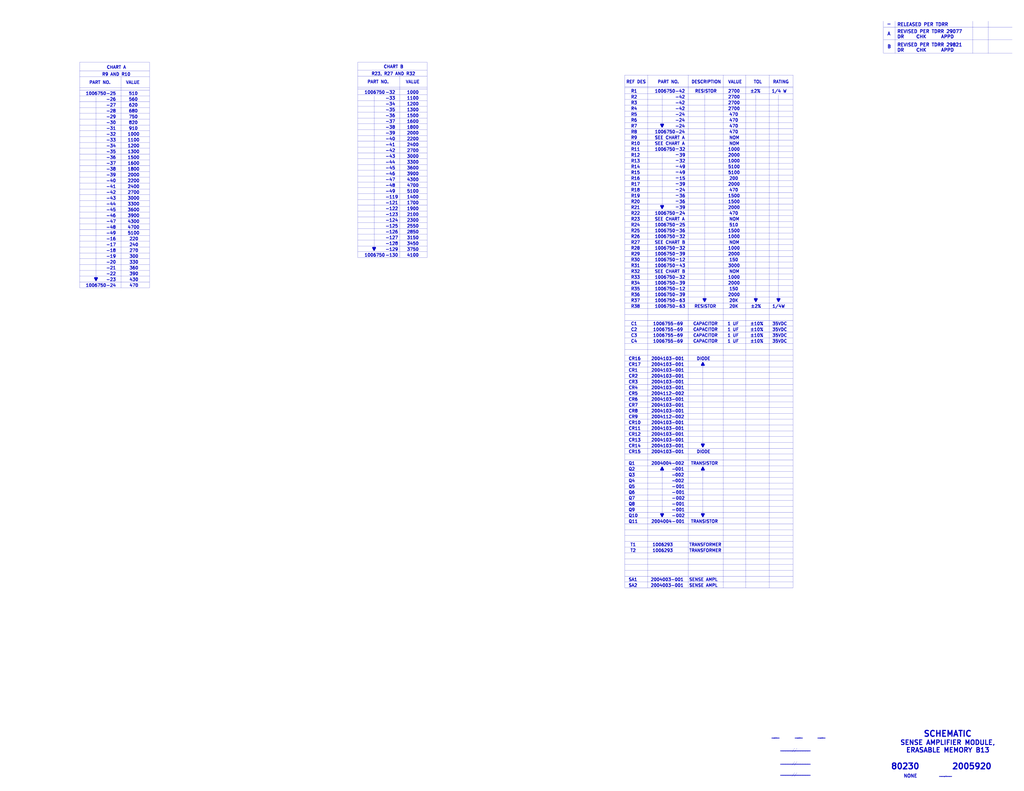
<source format=kicad_sch>
(kicad_sch (version 20211123) (generator eeschema)
  (paper "E")
  (polyline (pts (xy 681.99 254.635) (xy 865.505 254.635)) (stroke (width 0) (type solid)))
  (polyline (pts (xy 86.995 225.425) (xy 163.195 225.425)) (stroke (width 0) (type solid)))
  (polyline (pts (xy 823.595 326.39) (xy 826.135 326.39)) (stroke (width 1.524) (type solid)))
  (polyline (pts (xy 390.525 147.955) (xy 466.09 147.955)) (stroke (width 0) (type solid)))
  (polyline (pts (xy 86.995 161.925) (xy 163.195 161.925)) (stroke (width 0) (type solid)))
  (polyline (pts (xy 722.63 510.54) (xy 722.63 564.515)) (stroke (width 0) (type solid)))
  (polyline (pts (xy 765.81 398.78) (xy 768.35 398.78)) (stroke (width 1.524) (type solid)))
  (polyline (pts (xy 767.08 396.24) (xy 765.81 398.78)) (stroke (width 1.524) (type solid)))
  (polyline (pts (xy 681.99 407.035) (xy 865.505 407.035)) (stroke (width 0) (type solid)))
  (polyline (pts (xy 86.995 269.875) (xy 163.195 269.875)) (stroke (width 0) (type solid)))
  (polyline (pts (xy 86.995 200.025) (xy 163.195 200.025)) (stroke (width 0) (type solid)))
  (polyline (pts (xy 681.99 133.985) (xy 865.505 133.985)) (stroke (width 0) (type solid)))
  (polyline (pts (xy 163.195 67.945) (xy 163.195 314.325)) (stroke (width 0) (type solid)))
  (polyline (pts (xy 839.47 81.915) (xy 839.47 641.985)) (stroke (width 0) (type solid)))
  (polyline (pts (xy 390.525 83.185) (xy 466.09 83.185)) (stroke (width 0) (type solid)))
  (polyline (pts (xy 390.525 76.835) (xy 466.09 76.835)) (stroke (width 0) (type solid)))
  (polyline (pts (xy 681.99 241.935) (xy 865.505 241.935)) (stroke (width 0) (type solid)))
  (polyline (pts (xy 390.525 160.655) (xy 466.09 160.655)) (stroke (width 0) (type solid)))
  (polyline (pts (xy 681.99 451.485) (xy 865.505 451.485)) (stroke (width 0) (type solid)))
  (polyline (pts (xy 86.995 307.975) (xy 163.195 307.975)) (stroke (width 0) (type solid)))
  (polyline (pts (xy 86.995 149.225) (xy 163.195 149.225)) (stroke (width 0) (type solid)))
  (polyline (pts (xy 681.99 349.885) (xy 865.505 349.885)) (stroke (width 0) (type solid)))
  (polyline (pts (xy 722.63 103.505) (xy 722.63 138.43)) (stroke (width 0) (type solid)))
  (polyline (pts (xy 681.99 318.135) (xy 865.505 318.135)) (stroke (width 0) (type solid)))
  (polyline (pts (xy 681.99 127.635) (xy 865.505 127.635)) (stroke (width 0) (type solid)))
  (polyline (pts (xy 768.985 103.505) (xy 768.985 329.565)) (stroke (width 0) (type solid)))
  (polyline (pts (xy 86.995 206.375) (xy 163.195 206.375)) (stroke (width 0) (type solid)))
  (polyline (pts (xy 681.99 330.835) (xy 865.505 330.835)) (stroke (width 0) (type solid)))
  (polyline (pts (xy 964.3872 58.166) (xy 1104.7222 58.166)) (stroke (width 0) (type solid)))
  (polyline (pts (xy 681.99 81.915) (xy 865.505 81.915)) (stroke (width 0) (type solid)))
  (polyline (pts (xy 681.99 260.985) (xy 865.505 260.985)) (stroke (width 0) (type solid)))
  (polyline (pts (xy 466.09 281.305) (xy 466.09 67.945)) (stroke (width 0) (type solid)))
  (polyline (pts (xy 86.995 231.775) (xy 163.195 231.775)) (stroke (width 0) (type solid)))
  (polyline (pts (xy 964.3872 43.561) (xy 1104.7222 43.561)) (stroke (width 0) (type solid)))
  (polyline (pts (xy 681.99 591.185) (xy 865.505 591.185)) (stroke (width 0) (type solid)))
  (polyline (pts (xy 86.995 301.625) (xy 163.195 301.625)) (stroke (width 0) (type solid)))
  (polyline (pts (xy 768.985 328.93) (xy 767.715 326.39)) (stroke (width 1.524) (type solid)))
  (polyline (pts (xy 409.575 270.51) (xy 408.305 273.05)) (stroke (width 1.524) (type solid)))
  (polyline (pts (xy 681.99 540.385) (xy 865.505 540.385)) (stroke (width 0) (type solid)))
  (polyline (pts (xy 866.6226 821.6646) (xy 869.7976 817.2196)) (stroke (width 0) (type solid)))
  (polyline (pts (xy 681.99 197.485) (xy 865.505 197.485)) (stroke (width 0) (type solid)))
  (polyline (pts (xy 681.99 286.385) (xy 865.505 286.385)) (stroke (width 0) (type solid)))
  (polyline (pts (xy 681.99 432.435) (xy 865.505 432.435)) (stroke (width 0) (type solid)))
  (polyline (pts (xy 86.995 95.885) (xy 163.195 95.885)) (stroke (width 0) (type solid)))
  (polyline (pts (xy 681.99 216.535) (xy 865.505 216.535)) (stroke (width 0) (type solid)))
  (polyline (pts (xy 814.07 641.985) (xy 814.07 81.915)) (stroke (width 0) (type solid)))
  (polyline (pts (xy 390.525 67.945) (xy 390.525 281.305)) (stroke (width 0) (type solid)))
  (polyline (pts (xy 681.99 470.535) (xy 865.505 470.535)) (stroke (width 0) (type solid)))
  (polyline (pts (xy 390.525 255.905) (xy 466.09 255.905)) (stroke (width 0) (type solid)))
  (polyline (pts (xy 408.305 273.685) (xy 408.305 104.775)) (stroke (width 0) (type solid)))
  (polyline (pts (xy 86.995 83.82) (xy 163.195 83.82)) (stroke (width 0) (type solid)))
  (polyline (pts (xy 86.995 67.945) (xy 86.995 314.325)) (stroke (width 0) (type solid)))
  (polyline (pts (xy 681.99 153.035) (xy 865.505 153.035)) (stroke (width 0) (type solid)))
  (polyline (pts (xy 681.99 311.785) (xy 865.505 311.785)) (stroke (width 0) (type solid)))
  (polyline (pts (xy 681.99 629.285) (xy 865.505 629.285)) (stroke (width 0) (type solid)))
  (polyline (pts (xy 723.9 561.34) (xy 722.63 563.88)) (stroke (width 1.524) (type solid)))
  (polyline (pts (xy 681.99 184.785) (xy 865.505 184.785)) (stroke (width 0) (type solid)))
  (polyline (pts (xy 767.715 326.39) (xy 770.255 326.39)) (stroke (width 1.524) (type solid)))
  (polyline (pts (xy 390.525 268.605) (xy 466.09 268.605)) (stroke (width 0) (type solid)))
  (polyline (pts (xy 86.995 193.675) (xy 163.195 193.675)) (stroke (width 0) (type solid)))
  (polyline (pts (xy 824.865 329.565) (xy 824.865 103.505)) (stroke (width 0) (type solid)))
  (polyline (pts (xy 390.525 135.255) (xy 466.09 135.255)) (stroke (width 0) (type solid)))
  (polyline (pts (xy 86.995 180.975) (xy 163.195 180.975)) (stroke (width 0) (type solid)))
  (polyline (pts (xy 681.99 235.585) (xy 865.505 235.585)) (stroke (width 0) (type solid)))
  (polyline (pts (xy 86.995 111.125) (xy 163.195 111.125)) (stroke (width 0) (type solid)))
  (polyline (pts (xy 681.99 553.085) (xy 865.505 553.085)) (stroke (width 0) (type solid)))
  (polyline (pts (xy 681.99 305.435) (xy 865.505 305.435)) (stroke (width 0) (type solid)))
  (polyline (pts (xy 86.995 174.625) (xy 163.195 174.625)) (stroke (width 0) (type solid)))
  (polyline (pts (xy 964.1332 23.114) (xy 964.1332 58.166)) (stroke (width 0) (type solid)))
  (polyline (pts (xy 681.99 426.085) (xy 865.505 426.085)) (stroke (width 0) (type solid)))
  (polyline (pts (xy 681.99 641.985) (xy 865.505 641.985)) (stroke (width 0) (type solid)))
  (polyline (pts (xy 844.3976 807.0596) (xy 846.3026 804.5196)) (stroke (width 0) (type solid)))
  (polyline (pts (xy 681.99 210.185) (xy 865.505 210.185)) (stroke (width 0) (type solid)))
  (polyline (pts (xy 390.525 128.905) (xy 466.09 128.905)) (stroke (width 0) (type solid)))
  (polyline (pts (xy 86.995 219.075) (xy 163.195 219.075)) (stroke (width 0) (type solid)))
  (polyline (pts (xy 390.525 205.105) (xy 466.09 205.105)) (stroke (width 0) (type solid)))
  (polyline (pts (xy 390.525 179.705) (xy 466.09 179.705)) (stroke (width 0) (type solid)))
  (polyline (pts (xy 86.995 238.125) (xy 163.195 238.125)) (stroke (width 0) (type solid)))
  (polyline (pts (xy 681.99 280.035) (xy 865.505 280.035)) (stroke (width 0) (type solid)))
  (polyline (pts (xy 681.99 464.185) (xy 865.505 464.185)) (stroke (width 0) (type solid)))
  (polyline (pts (xy 681.99 419.735) (xy 865.505 419.735)) (stroke (width 0) (type solid)))
  (polyline (pts (xy 866.6226 836.2696) (xy 869.7976 831.8246)) (stroke (width 0) (type solid)))
  (polyline (pts (xy 721.36 561.34) (xy 723.9 561.34)) (stroke (width 1.524) (type solid)))
  (polyline (pts (xy 751.205 641.985) (xy 751.205 81.915)) (stroke (width 0) (type solid)))
  (polyline (pts (xy 86.995 212.725) (xy 163.195 212.725)) (stroke (width 0) (type solid)))
  (polyline (pts (xy 681.99 368.935) (xy 865.505 368.935)) (stroke (width 0) (type solid)))
  (polyline (pts (xy 681.99 610.235) (xy 865.505 610.235)) (stroke (width 0) (type solid)))
  (polyline (pts (xy 681.99 483.235) (xy 865.505 483.235)) (stroke (width 0) (type solid)))
  (polyline (pts (xy 681.99 222.885) (xy 865.505 222.885)) (stroke (width 0) (type solid)))
  (polyline (pts (xy 390.525 281.305) (xy 466.09 281.305)) (stroke (width 0) (type solid)))
  (polyline (pts (xy 390.525 97.155) (xy 466.09 97.155)) (stroke (width 0) (type solid)))
  (polyline (pts (xy 86.995 187.325) (xy 163.195 187.325)) (stroke (width 0) (type solid)))
  (polyline (pts (xy 850.9 326.39) (xy 849.63 328.93)) (stroke (width 1.524) (type solid)))
  (polyline (pts (xy 681.99 273.685) (xy 865.505 273.685)) (stroke (width 0) (type solid)))
  (polyline (pts (xy 104.775 306.07) (xy 103.505 303.53)) (stroke (width 1.524) (type solid)))
  (polyline (pts (xy 681.99 572.135) (xy 865.505 572.135)) (stroke (width 0) (type solid)))
  (polyline (pts (xy 681.99 172.085) (xy 865.505 172.085)) (stroke (width 0) (type solid)))
  (polyline (pts (xy 408.305 273.05) (xy 407.035 270.51)) (stroke (width 1.524) (type solid)))
  (polyline (pts (xy 768.35 561.34) (xy 767.08 563.88)) (stroke (width 1.524) (type solid)))
  (polyline (pts (xy 681.99 146.685) (xy 865.505 146.685)) (stroke (width 0) (type solid)))
  (polyline (pts (xy 681.99 546.735) (xy 865.505 546.735)) (stroke (width 0) (type solid)))
  (polyline (pts (xy 681.99 108.585) (xy 865.505 108.585)) (stroke (width 0) (type solid)))
  (polyline (pts (xy 681.99 95.885) (xy 865.505 95.885)) (stroke (width 0) (type solid)))
  (polyline (pts (xy 390.525 236.855) (xy 466.09 236.855)) (stroke (width 0) (type solid)))
  (polyline (pts (xy 681.99 635.635) (xy 865.505 635.635)) (stroke (width 0) (type solid)))
  (polyline (pts (xy 864.0826 836.2696) (xy 867.2576 831.8246)) (stroke (width 0) (type solid)))
  (polyline (pts (xy 721.36 135.89) (xy 723.9 135.89)) (stroke (width 1.524) (type solid)))
  (polyline (pts (xy 849.63 103.505) (xy 849.63 329.565)) (stroke (width 0) (type solid)))
  (polyline (pts (xy 132.08 314.325) (xy 132.08 83.82)) (stroke (width 0) (type solid)))
  (polyline (pts (xy 390.525 173.355) (xy 466.09 173.355)) (stroke (width 0) (type solid)))
  (polyline (pts (xy 1061.5422 23.114) (xy 1061.5422 58.166)) (stroke (width 0) (type solid)))
  (polyline (pts (xy 436.245 83.185) (xy 436.245 281.305)) (stroke (width 0) (type solid)))
  (polyline (pts (xy 86.995 130.175) (xy 163.195 130.175)) (stroke (width 0) (type solid)))
  (polyline (pts (xy 390.525 116.205) (xy 466.09 116.205)) (stroke (width 0) (type solid)))
  (polyline (pts (xy 681.99 387.985) (xy 865.505 387.985)) (stroke (width 0) (type solid)))
  (polyline (pts (xy 681.99 457.835) (xy 865.505 457.835)) (stroke (width 0) (type solid)))
  (polyline (pts (xy 721.36 224.79) (xy 723.9 224.79)) (stroke (width 1.524) (type solid)))
  (polyline (pts (xy 390.525 141.605) (xy 466.09 141.605)) (stroke (width 0) (type solid)))
  (polyline (pts (xy 722.63 510.54) (xy 721.36 513.08)) (stroke (width 1.524) (type solid)))
  (polyline (pts (xy 826.135 326.39) (xy 824.865 328.93)) (stroke (width 1.524) (type solid)))
  (polyline (pts (xy 86.995 168.275) (xy 163.195 168.275)) (stroke (width 0) (type solid)))
  (polyline (pts (xy 86.995 257.175) (xy 163.195 257.175)) (stroke (width 0) (type solid)))
  (polyline (pts (xy 845.6676 807.0596) (xy 847.5726 804.5196)) (stroke (width 0) (type solid)))
  (polyline (pts (xy 976.8332 23.114) (xy 976.8332 58.166)) (stroke (width 0) (type solid)))
  (polyline (pts (xy 681.99 413.385) (xy 865.505 413.385)) (stroke (width 0) (type solid)))
  (polyline (pts (xy 765.81 485.14) (xy 768.35 485.14)) (stroke (width 1.524) (type solid)))
  (polyline (pts (xy 681.99 445.135) (xy 865.505 445.135)) (stroke (width 0) (type solid)))
  (polyline (pts (xy 681.99 140.335) (xy 865.505 140.335)) (stroke (width 0) (type solid)))
  (polyline (pts (xy 895.1976 807.0596) (xy 897.1026 804.5196)) (stroke (width 0) (type solid)))
  (polyline (pts (xy 681.99 362.585) (xy 865.505 362.585)) (stroke (width 0) (type solid)))
  (polyline (pts (xy 723.9 135.89) (xy 722.63 138.43)) (stroke (width 1.524) (type solid)))
  (polyline (pts (xy 390.525 103.505) (xy 466.09 103.505)) (stroke (width 0) (type solid)))
  (polyline (pts (xy 681.99 324.485) (xy 865.505 324.485)) (stroke (width 0) (type solid)))
  (polyline (pts (xy 681.99 267.335) (xy 865.505 267.335)) (stroke (width 0) (type solid)))
  (polyline (pts (xy 390.525 217.805) (xy 466.09 217.805)) (stroke (width 0) (type solid)))
  (polyline (pts (xy 390.525 262.255) (xy 466.09 262.255)) (stroke (width 0) (type solid)))
  (polyline (pts (xy 681.99 81.915) (xy 681.99 641.985)) (stroke (width 0) (type solid)))
  (polyline (pts (xy 1104.7222 29.591) (xy 964.3872 29.591)) (stroke (width 0) (type solid)))
  (polyline (pts (xy 768.35 398.78) (xy 767.08 396.24)) (stroke (width 1.524) (type solid)))
  (polyline (pts (xy 681.99 375.285) (xy 865.505 375.285)) (stroke (width 0) (type solid)))
  (polyline (pts (xy 86.995 276.225) (xy 163.195 276.225)) (stroke (width 0) (type solid)))
  (polyline (pts (xy 681.99 584.835) (xy 865.505 584.835)) (stroke (width 0) (type solid)))
  (polyline (pts (xy 86.995 155.575) (xy 163.195 155.575)) (stroke (width 0) (type solid)))
  (polyline (pts (xy 864.0826 821.6646) (xy 867.2576 817.2196)) (stroke (width 0) (type solid)))
  (polyline (pts (xy 681.99 94.615) (xy 865.505 94.615)) (stroke (width 0) (type solid)))
  (polyline (pts (xy 681.99 292.735) (xy 865.505 292.735)) (stroke (width 0) (type solid)))
  (polyline (pts (xy 681.99 508.635) (xy 865.505 508.635)) (stroke (width 0) (type solid)))
  (polyline (pts (xy 390.525 67.945) (xy 466.09 67.945)) (stroke (width 0) (type solid)))
  (polyline (pts (xy 1030.4526 848.9696) (xy 1032.9926 846.4296)) (stroke (width 0) (type solid)))
  (polyline (pts (xy 681.99 578.485) (xy 865.505 578.485)) (stroke (width 0) (type solid)))
  (polyline (pts (xy 849.63 328.93) (xy 848.36 326.39)) (stroke (width 1.524) (type solid)))
  (polyline (pts (xy 722.63 227.33) (xy 721.36 224.79)) (stroke (width 1.524) (type solid)))
  (polyline (pts (xy 86.995 288.925) (xy 163.195 288.925)) (stroke (width 0) (type solid)))
  (polyline (pts (xy 407.035 270.51) (xy 409.575 270.51)) (stroke (width 1.524) (type solid)))
  (polyline (pts (xy 86.995 244.475) (xy 163.195 244.475)) (stroke (width 0) (type solid)))
  (polyline (pts (xy 681.99 248.285) (xy 865.505 248.285)) (stroke (width 0) (type solid)))
  (polyline (pts (xy 770.255 326.39) (xy 768.985 328.93)) (stroke (width 1.524) (type solid)))
  (polyline (pts (xy 86.995 67.945) (xy 163.195 67.945)) (stroke (width 0) (type solid)))
  (polyline (pts (xy 681.99 381.635) (xy 865.505 381.635)) (stroke (width 0) (type solid)))
  (polyline (pts (xy 767.08 510.54) (xy 767.08 564.515)) (stroke (width 0) (type solid)))
  (polyline (pts (xy 86.995 282.575) (xy 163.195 282.575)) (stroke (width 0) (type solid)))
  (polyline (pts (xy 824.865 328.93) (xy 823.595 326.39)) (stroke (width 1.524) (type solid)))
  (polyline (pts (xy 681.99 229.235) (xy 865.505 229.235)) (stroke (width 0) (type solid)))
  (polyline (pts (xy 86.995 104.775) (xy 163.195 104.775)) (stroke (width 0) (type solid)))
  (polyline (pts (xy 681.99 603.885) (xy 865.505 603.885)) (stroke (width 0) (type solid)))
  (polyline (pts (xy 681.99 400.685) (xy 865.505 400.685)) (stroke (width 0) (type solid)))
  (polyline (pts (xy 767.08 563.88) (xy 765.81 561.34)) (stroke (width 1.524) (type solid)))
  (polyline (pts (xy 681.99 534.035) (xy 865.505 534.035)) (stroke (width 0) (type solid)))
  (polyline (pts (xy 681.99 299.085) (xy 865.505 299.085)) (stroke (width 0) (type solid)))
  (polyline (pts (xy 390.525 167.005) (xy 466.09 167.005)) (stroke (width 0) (type solid)))
  (polyline (pts (xy 390.525 274.955) (xy 466.09 274.955)) (stroke (width 0) (type solid)))
  (polyline (pts (xy 390.525 122.555) (xy 466.09 122.555)) (stroke (width 0) (type solid)))
  (polyline (pts (xy 681.99 159.385) (xy 865.505 159.385)) (stroke (width 0) (type solid)))
  (polyline (pts (xy 1078.4332 23.114) (xy 1078.4332 58.166)) (stroke (width 0) (type solid)))
  (polyline (pts (xy 681.99 102.235) (xy 865.505 102.235)) (stroke (width 0) (type solid)))
  (polyline (pts (xy 86.995 117.475) (xy 163.195 117.475)) (stroke (width 0) (type solid)))
  (polyline (pts (xy 723.9 513.08) (xy 722.63 510.54)) (stroke (width 1.524) (type solid)))
  (polyline (pts (xy 864.0826 848.3346) (xy 867.2576 843.8896)) (stroke (width 0) (type solid)))
  (polyline (pts (xy 681.99 476.885) (xy 865.505 476.885)) (stroke (width 0) (type solid)))
  (polyline (pts (xy 767.08 510.54) (xy 765.81 513.08)) (stroke (width 1.524) (type solid)))
  (polyline (pts (xy 86.995 123.825) (xy 163.195 123.825)) (stroke (width 0) (type solid)))
  (polyline (pts (xy 870.4326 807.0596) (xy 872.3376 804.5196)) (stroke (width 0) (type solid)))
  (polyline (pts (xy 86.995 250.825) (xy 163.195 250.825)) (stroke (width 0) (type solid)))
  (polyline (pts (xy 871.7026 807.0596) (xy 873.6076 804.5196)) (stroke (width 0) (type solid)))
  (polyline (pts (xy 104.775 306.705) (xy 104.775 106.045)) (stroke (width 0) (type solid)))
  (polyline (pts (xy 681.99 337.185) (xy 865.505 337.185)) (stroke (width 0) (type solid)))
  (polyline (pts (xy 106.045 303.53) (xy 104.775 306.07)) (stroke (width 1.524) (type solid)))
  (polyline (pts (xy 681.99 495.935) (xy 865.505 495.935)) (stroke (width 0) (type solid)))
  (polyline (pts (xy 86.995 77.47) (xy 163.195 77.47)) (stroke (width 0) (type solid)))
  (polyline (pts (xy 681.99 191.135) (xy 865.505 191.135)) (stroke (width 0) (type solid)))
  (polyline (pts (xy 390.525 243.205) (xy 466.09 243.205)) (stroke (width 0) (type solid)))
  (polyline (pts (xy 768.35 485.14) (xy 767.08 487.68)) (stroke (width 1.524) (type solid)))
  (polyline (pts (xy 866.6226 848.3346) (xy 869.7976 843.8896)) (stroke (width 0) (type solid)))
  (polyline (pts (xy 681.99 121.285) (xy 865.505 121.285)) (stroke (width 0) (type solid)))
  (polyline (pts (xy 681.99 356.235) (xy 865.505 356.235)) (stroke (width 0) (type solid)))
  (polyline (pts (xy 86.995 136.525) (xy 163.195 136.525)) (stroke (width 0) (type solid)))
  (polyline (pts (xy 681.99 178.435) (xy 865.505 178.435)) (stroke (width 0) (type solid)))
  (polyline (pts (xy 681.99 521.335) (xy 865.505 521.335)) (stroke (width 0) (type solid)))
  (polyline (pts (xy 706.755 641.985) (xy 706.755 81.915)) (stroke (width 0) (type solid)))
  (polyline (pts (xy 681.99 622.935) (xy 865.505 622.935)) (stroke (width 0) (type solid)))
  (polyline (pts (xy 896.4676 807.0596) (xy 898.3726 804.5196)) (stroke (width 0) (type solid)))
  (polyline (pts (xy 86.995 142.875) (xy 163.195 142.875)) (stroke (width 0) (type solid)))
  (polyline (pts (xy 390.525 249.555) (xy 466.09 249.555)) (stroke (width 0) (type solid)))
  (polyline (pts (xy 681.99 597.535) (xy 865.505 597.535)) (stroke (width 0) (type solid)))
  (polyline (pts (xy 86.995 263.525) (xy 163.195 263.525)) (stroke (width 0) (type solid)))
  (polyline (pts (xy 681.99 565.785) (xy 865.505 565.785)) (stroke (width 0) (type solid)))
  (polyline (pts (xy 681.99 203.835) (xy 865.505 203.835)) (stroke (width 0) (type solid)))
  (polyline (pts (xy 681.99 394.335) (xy 865.505 394.335)) (stroke (width 0) (type solid)))
  (polyline (pts (xy 681.99 343.535) (xy 865.505 343.535)) (stroke (width 0) (type solid)))
  (polyline (pts (xy 681.99 165.735) (xy 865.505 165.735)) (stroke (width 0) (type solid)))
  (polyline (pts (xy 86.995 314.325) (xy 163.195 314.325)) (stroke (width 0) (type solid)))
  (polyline (pts (xy 86.995 295.275) (xy 163.195 295.275)) (stroke (width 0) (type solid)))
  (polyline (pts (xy 767.08 395.605) (xy 767.08 488.315)) (stroke (width 0) (type solid)))
  (polyline (pts (xy 390.525 230.505) (xy 466.09 230.505)) (stroke (width 0) (type solid)))
  (polyline (pts (xy 789.305 81.915) (xy 789.305 641.985)) (stroke (width 0) (type solid)))
  (polyline (pts (xy 390.525 95.25) (xy 466.09 95.25)) (stroke (width 0) (type solid)))
  (polyline (pts (xy 681.99 527.685) (xy 865.505 527.685)) (stroke (width 0) (type solid)))
  (polyline (pts (xy 681.99 502.285) (xy 865.505 502.285)) (stroke (width 0) (type solid)))
  (polyline (pts (xy 390.525 198.755) (xy 466.09 198.755)) (stroke (width 0) (type solid)))
  (polyline (pts (xy 721.36 513.08) (xy 723.9 513.08)) (stroke (width 1.524) (type solid)))
  (polyline (pts (xy 765.81 561.34) (xy 768.35 561.34)) (stroke (width 1.524) (type solid)))
  (polyline (pts (xy 390.525 186.055) (xy 466.09 186.055)) (stroke (width 0) (type solid)))
  (polyline (pts (xy 722.63 167.005) (xy 722.63 227.965)) (stroke (width 0) (type solid)))
  (polyline (pts (xy 86.995 98.425) (xy 163.195 98.425)) (stroke (width 0) (type solid)))
  (polyline (pts (xy 681.99 438.785) (xy 865.505 438.785)) (stroke (width 0) (type solid)))
  (polyline (pts (xy 681.99 559.435) (xy 865.505 559.435)) (stroke (width 0) (type solid)))
  (polyline (pts (xy 768.35 513.08) (xy 767.08 510.54)) (stroke (width 1.524) (type solid)))
  (polyline (pts (xy 765.81 513.08) (xy 768.35 513.08)) (stroke (width 1.524) (type solid)))
  (polyline (pts (xy 390.525 154.305) (xy 466.09 154.305)) (stroke (width 0) (type solid)))
  (polyline (pts (xy 390.525 192.405) (xy 466.09 192.405)) (stroke (width 0) (type solid)))
  (polyline (pts (xy 848.36 326.39) (xy 850.9 326.39)) (stroke (width 1.524) (type solid)))
  (polyline (pts (xy 390.525 109.855) (xy 466.09 109.855)) (stroke (width 0) (type solid)))
  (polyline (pts (xy 390.525 211.455) (xy 466.09 211.455)) (stroke (width 0) (type solid)))
  (polyline (pts (xy 103.505 303.53) (xy 106.045 303.53)) (stroke (width 1.524) (type solid)))
  (polyline (pts (xy 681.99 514.985) (xy 865.505 514.985)) (stroke (width 0) (type solid)))
  (polyline (pts (xy 390.525 224.155) (xy 466.09 224.155)) (stroke (width 0) (type solid)))
  (polyline (pts (xy 865.505 641.985) (xy 865.505 81.915)) (stroke (width 0) (type solid)))
  (polyline (pts (xy 722.63 138.43) (xy 721.36 135.89)) (stroke (width 1.524) (type solid)))
  (polyline (pts (xy 681.99 114.935) (xy 865.505 114.935)) (stroke (width 0) (type solid)))
  (polyline (pts (xy 723.9 224.79) (xy 722.63 227.33)) (stroke (width 1.524) (type solid)))
  (polyline (pts (xy 681.99 489.585) (xy 865.505 489.585)) (stroke (width 0) (type solid)))
  (polyline (pts (xy 722.63 563.88) (xy 721.36 561.34)) (stroke (width 1.524) (type solid)))
  (polyline (pts (xy 767.08 487.68) (xy 765.81 485.14)) (stroke (width 1.524) (type solid)))
  (polyline (pts (xy 681.99 616.585) (xy 865.505 616.585)) (stroke (width 0) (type solid)))
  (text "Q2" (at 685.8 514.35 0) (effects (font (size 3.302 3.302) (thickness 0.6604) bold) (justify left bottom)))
  (text "-" (at 736.6 215.265 0) (effects (font (size 3.302 3.302) (thickness 0.6604) bold) (justify left bottom)))
  (text "SEE CHART B" (at 714.375 266.7 0) (effects (font (size 3.302 3.302) (thickness 0.6604) bold) (justify left bottom)))
  (text "2004112-002" (at 710.565 457.2 0) (effects (font (size 3.302 3.302) (thickness 0.6604) bold) (justify left bottom)))
  (text "2004103-001" (at 710.565 438.15 0) (effects (font (size 3.302 3.302) (thickness 0.6604) bold) (justify left bottom)))
  (text "REVISED PER TDRR 29077\nDR     CHK      APPD" (at 978.9922 42.291 0) (effects (font (size 3.556 3.556) (thickness 0.7112) bold) (justify left bottom)))
  (text "2000" (at 139.065 193.04 0) (effects (font (size 3.302 3.302) (thickness 0.6604) bold) (justify left bottom)))
  (text "R12" (at 688.34 171.45 0) (effects (font (size 3.302 3.302) (thickness 0.6604) bold) (justify left bottom)))
  (text "2700" (at 443.865 166.37 0) (effects (font (size 3.302 3.302) (thickness 0.6604) bold) (justify left bottom)))
  (text "1006755-69" (at 712.47 374.65 0) (effects (font (size 3.302 3.302) (thickness 0.6604) bold) (justify left bottom)))
  (text "____________" (at 851.3826 834.9996 0) (effects (font (size 3.556 3.556) (thickness 0.7112) bold) (justify left bottom)))
  (text "R2" (at 688.34 107.95 0) (effects (font (size 3.302 3.302) (thickness 0.6604) bold) (justify left bottom)))
  (text "2000" (at 794.385 171.45 0) (effects (font (size 3.302 3.302) (thickness 0.6604) bold) (justify left bottom)))
  (text "-35" (at 420.37 121.92 0) (effects (font (size 3.302 3.302) (thickness 0.6604) bold) (justify left bottom)))
  (text "-129" (at 420.37 274.32 0) (effects (font (size 3.302 3.302) (thickness 0.6604) bold) (justify left bottom)))
  (text "-25" (at 115.57 104.14 0) (effects (font (size 3.302 3.302) (thickness 0.6604) bold) (justify left bottom)))
  (text "2000" (at 794.385 323.85 0) (effects (font (size 3.302 3.302) (thickness 0.6604) bold) (justify left bottom)))
  (text "-40" (at 115.57 199.39 0) (effects (font (size 3.302 3.302) (thickness 0.6604) bold) (justify left bottom)))
  (text "3000" (at 794.385 292.1 0) (effects (font (size 3.302 3.302) (thickness 0.6604) bold) (justify left bottom)))
  (text "-" (at 967.5622 28.321 0) (effects (font (size 3.556 3.556) (thickness 0.7112) bold) (justify left bottom)))
  (text "39" (at 741.045 203.2 0) (effects (font (size 3.302 3.302) (thickness 0.6604) bold) (justify left bottom)))
  (text "-38" (at 115.57 186.69 0) (effects (font (size 3.302 3.302) (thickness 0.6604) bold) (justify left bottom)))
  (text "2004103-001" (at 710.565 476.25 0) (effects (font (size 3.302 3.302) (thickness 0.6604) bold) (justify left bottom)))
  (text "-39" (at 420.37 147.32 0) (effects (font (size 3.302 3.302) (thickness 0.6604) bold) (justify left bottom)))
  (text "C3" (at 688.34 368.3 0) (effects (font (size 3.302 3.302) (thickness 0.6604) bold) (justify left bottom)))
  (text "1006750" (at 714.375 101.6 0) (effects (font (size 3.302 3.302) (thickness 0.6604) bold) (justify left bottom)))
  (text "2700" (at 794.385 120.65 0) (effects (font (size 3.302 3.302) (thickness 0.6604) bold) (justify left bottom)))
  (text "1006750-" (at 714.375 323.85 0) (effects (font (size 3.302 3.302) (thickness 0.6604) bold) (justify left bottom)))
  (text "±10%" (at 818.515 361.95 0) (effects (font (size 3.302 3.302) (thickness 0.6604) bold) (justify left bottom)))
  (text "SA1" (at 685.8 635 0) (effects (font (size 3.302 3.302) (thickness 0.6604) bold) (justify left bottom)))
  (text "1006750" (at 714.375 285.75 0) (effects (font (size 3.302 3.302) (thickness 0.6604) bold) (justify left bottom)))
  (text "-49" (at 115.57 256.54 0) (effects (font (size 3.302 3.302) (thickness 0.6604) bold) (justify left bottom)))
  (text "002" (at 736.6 520.7 0) (effects (font (size 3.302 3.302) (thickness 0.6604) bold) (justify left bottom)))
  (text "2100" (at 443.865 236.22 0) (effects (font (size 3.302 3.302) (thickness 0.6604) bold) (justify left bottom)))
  (text "1500" (at 443.865 128.27 0) (effects (font (size 3.302 3.302) (thickness 0.6604) bold) (justify left bottom)))
  (text "R23" (at 688.34 241.3 0) (effects (font (size 3.302 3.302) (thickness 0.6604) bold) (justify left bottom)))
  (text "36" (at 741.045 254 0) (effects (font (size 3.302 3.302) (thickness 0.6604) bold) (justify left bottom)))
  (text "-" (at 736.6 170.815 0) (effects (font (size 3.302 3.302) (thickness 0.6604) bold) (justify left bottom)))
  (text "TRANSFORMER" (at 751.84 596.9 0) (effects (font (size 3.302 3.302) (thickness 0.6604) bold) (justify left bottom)))
  (text "-" (at 736.6 208.915 0) (effects (font (size 3.302 3.302) (thickness 0.6604) bold) (justify left bottom)))
  (text "_____" (at 1024.7376 848.3346 0) (effects (font (size 3.556 3.556) (thickness 0.7112) bold) (justify left bottom)))
  (text "-43" (at 115.57 218.44 0) (effects (font (size 3.302 3.302) (thickness 0.6604) bold) (justify left bottom)))
  (text "49" (at 741.045 190.5 0) (effects (font (size 3.302 3.302) (thickness 0.6604) bold) (justify left bottom)))
  (text "3000" (at 443.865 172.72 0) (effects (font (size 3.302 3.302) (thickness 0.6604) bold) (justify left bottom)))
  (text "-45" (at 115.57 231.14 0) (effects (font (size 3.302 3.302) (thickness 0.6604) bold) (justify left bottom)))
  (text "RATING" (at 843.28 91.44 0) (effects (font (size 3.302 3.302) (thickness 0.6604) bold) (justify left bottom)))
  (text "35VDC" (at 842.645 355.6 0) (effects (font (size 3.302 3.302) (thickness 0.6604) bold) (justify left bottom)))
  (text "1006750-" (at 714.375 304.8 0) (effects (font (size 3.302 3.302) (thickness 0.6604) bold) (justify left bottom)))
  (text "-26" (at 115.57 110.49 0) (effects (font (size 3.302 3.302) (thickness 0.6604) bold) (justify left bottom)))
  (text "-30" (at 115.57 135.89 0) (effects (font (size 3.302 3.302) (thickness 0.6604) bold) (justify left bottom)))
  (text "-36" (at 420.37 128.27 0) (effects (font (size 3.302 3.302) (thickness 0.6604) bold) (justify left bottom)))
  (text "1006750" (at 714.375 279.4 0) (effects (font (size 3.302 3.302) (thickness 0.6604) bold) (justify left bottom)))
  (text "-46" (at 115.57 237.49 0) (effects (font (size 3.302 3.302) (thickness 0.6604) bold) (justify left bottom)))
  (text "REF DES" (at 683.26 91.44 0) (effects (font (size 3.302 3.302) (thickness 0.6604) bold) (justify left bottom)))
  (text "R31" (at 688.34 292.1 0) (effects (font (size 3.302 3.302) (thickness 0.6604) bold) (justify left bottom)))
  (text "-48" (at 420.37 204.47 0) (effects (font (size 3.302 3.302) (thickness 0.6604) bold) (justify left bottom)))
  (text "CAPACITOR" (at 756.285 374.65 0) (effects (font (size 3.302 3.302) (thickness 0.6604) bold) (justify left bottom)))
  (text "002" (at 736.6 527.05 0) (effects (font (size 3.302 3.302) (thickness 0.6604) bold) (justify left bottom)))
  (text "DESCRIPTION" (at 754.38 91.44 0) (effects (font (size 3.302 3.302) (thickness 0.6604) bold) (justify left bottom)))
  (text "1006750" (at 714.375 260.35 0) (effects (font (size 3.302 3.302) (thickness 0.6604) bold) (justify left bottom)))
  (text "-37" (at 420.37 134.62 0) (effects (font (size 3.302 3.302) (thickness 0.6604) bold) (justify left bottom)))
  (text "TRANSISTOR" (at 753.745 571.5 0) (effects (font (size 3.302 3.302) (thickness 0.6604) bold) (justify left bottom)))
  (text "R35" (at 688.34 317.5 0) (effects (font (size 3.302 3.302) (thickness 0.6604) bold) (justify left bottom)))
  (text "C2" (at 688.34 361.95 0) (effects (font (size 3.302 3.302) (thickness 0.6604) bold) (justify left bottom)))
  (text "-31" (at 115.57 142.24 0) (effects (font (size 3.302 3.302) (thickness 0.6604) bold) (justify left bottom)))
  (text "470" (at 795.655 209.55 0) (effects (font (size 3.302 3.302) (thickness 0.6604) bold) (justify left bottom)))
  (text "R36" (at 688.34 323.85 0) (effects (font (size 3.302 3.302) (thickness 0.6604) bold) (justify left bottom)))
  (text "R4" (at 688.34 120.65 0) (effects (font (size 3.302 3.302) (thickness 0.6604) bold) (justify left bottom)))
  (text "5100" (at 794.385 190.5 0) (effects (font (size 3.302 3.302) (thickness 0.6604) bold) (justify left bottom)))
  (text "270" (at 140.97 275.59 0) (effects (font (size 3.302 3.302) (thickness 0.6604) bold) (justify left bottom)))
  (text "2004103-001" (at 710.565 406.4 0) (effects (font (size 3.302 3.302) (thickness 0.6604) bold) (justify left bottom)))
  (text "2700" (at 794.385 114.3 0) (effects (font (size 3.302 3.302) (thickness 0.6604) bold) (justify left bottom)))
  (text "1000" (at 139.065 148.59 0) (effects (font (size 3.302 3.302) (thickness 0.6604) bold) (justify left bottom)))
  (text "1000" (at 794.385 304.8 0) (effects (font (size 3.302 3.302) (thickness 0.6604) bold) (justify left bottom)))
  (text "SEE CHART B" (at 714.375 298.45 0) (effects (font (size 3.302 3.302) (thickness 0.6604) bold) (justify left bottom)))
  (text "430" (at 140.97 307.34 0) (effects (font (size 3.302 3.302) (thickness 0.6604) bold) (justify left bottom)))
  (text "TRANSFORMER" (at 751.84 603.25 0) (effects (font (size 3.302 3.302) (thickness 0.6604) bold) (justify left bottom)))
  (text "-35" (at 115.57 167.64 0) (effects (font (size 3.302 3.302) (thickness 0.6604) bold) (justify left bottom)))
  (text "2004004-002" (at 710.565 508 0) (effects (font (size 3.302 3.302) (thickness 0.6604) bold) (justify left bottom)))
  (text "390" (at 140.97 300.99 0) (effects (font (size 3.302 3.302) (thickness 0.6604) bold) (justify left bottom)))
  (text "Q11" (at 685.8 571.5 0) (effects (font (size 3.302 3.302) (thickness 0.6604) bold) (justify left bottom)))
  (text "CR16" (at 685.8 393.7 0) (effects (font (size 3.302 3.302) (thickness 0.6604) bold) (justify left bottom)))
  (text "R38" (at 688.34 336.55 0) (effects (font (size 3.302 3.302) (thickness 0.6604) bold) (justify left bottom)))
  (text "39" (at 741.045 171.45 0) (effects (font (size 3.302 3.302) (thickness 0.6604) bold) (justify left bottom)))
  (text "-" (at 736.6 202.565 0) (effects (font (size 3.302 3.302) (thickness 0.6604) bold) (justify left bottom)))
  (text "1006750" (at 714.375 254 0) (effects (font (size 3.302 3.302) (thickness 0.6604) bold) (justify left bottom)))
  (text "CR3" (at 685.8 419.1 0) (effects (font (size 3.302 3.302) (thickness 0.6604) bold) (justify left bottom)))
  (text "470" (at 795.655 133.35 0) (effects (font (size 3.302 3.302) (thickness 0.6604) bold) (justify left bottom)))
  (text "001" (at 737.235 552.45 0) (effects (font (size 3.302 3.302) (thickness 0.6604) bold) (justify left bottom)))
  (text "5100" (at 139.065 256.54 0) (effects (font (size 3.302 3.302) (thickness 0.6604) bold) (justify left bottom)))
  (text "-44" (at 420.37 179.07 0) (effects (font (size 3.302 3.302) (thickness 0.6604) bold) (justify left bottom)))
  (text "SENSE AMPLIFIER MODULE," (at 982.1926 814.0446 0) (effects (font (size 5.08 5.08) (thickness 1.016) bold) (justify left bottom)))
  (text "R27" (at 688.34 266.7 0) (effects (font (size 3.302 3.302) (thickness 0.6604) bold) (justify left bottom)))
  (text "2700" (at 794.385 107.95 0) (effects (font (size 3.302 3.302) (thickness 0.6604) bold) (justify left bottom)))
  (text "-37" (at 115.57 180.34 0) (effects (font (size 3.302 3.302) (thickness 0.6604) bold) (justify left bottom)))
  (text "1100" (at 443.865 109.22 0) (effects (font (size 3.302 3.302) (thickness 0.6604) bold) (justify left bottom)))
  (text "510" (at 140.335 104.14 0) (effects (font (size 3.302 3.302) (thickness 0.6604) bold) (justify left bottom)))
  (text "-42" (at 736.6 107.95 0) (effects (font (size 3.302 3.302) (thickness 0.6604) bold) (justify left bottom)))
  (text "1000" (at 443.865 102.87 0) (effects (font (size 3.302 3.302) (thickness 0.6604) bold) (justify left bottom)))
  (text "R24" (at 688.34 247.65 0) (effects (font (size 3.302 3.302) (thickness 0.6604) bold) (justify left bottom)))
  (text "-" (at 736.6 177.165 0) (effects (font (size 3.302 3.302) (thickness 0.6604) bold) (justify left bottom)))
  (text "R28" (at 688.34 273.05 0) (effects (font (size 3.302 3.302) (thickness 0.6604) bold) (justify left bottom)))
  (text "2004112-002" (at 710.565 431.8 0) (effects (font (size 3.302 3.302) (thickness 0.6604) bold) (justify left bottom)))
  (text "-22" (at 115.57 300.99 0) (effects (font (size 3.302 3.302) (thickness 0.6604) bold) (justify left bottom)))
  (text "-" (at 736.6 247.015 0) (effects (font (size 3.302 3.302) (thickness 0.6604) bold) (justify left bottom)))
  (text "C4" (at 688.34 374.65 0) (effects (font (size 3.302 3.302) (thickness 0.6604) bold) (justify left bottom)))
  (text "CR13" (at 685.8 482.6 0) (effects (font (size 3.302 3.302) (thickness 0.6604) bold) (justify left bottom)))
  (text "CAPACITOR" (at 756.285 355.6 0) (effects (font (size 3.302 3.302) (thickness 0.6604) bold) (justify left bottom)))
  (text "R1" (at 688.34 101.6 0) (effects (font (size 3.302 3.302) (thickness 0.6604) bold) (justify left bottom)))
  (text "80230" (at 972.0326 840.7146 0) (effects (font (size 6.35 6.35) (thickness 1.27) bold) (justify left bottom)))
  (text "1006755-69" (at 712.47 368.3 0) (effects (font (size 3.302 3.302) (thickness 0.6604) bold) (justify left bottom)))
  (text "R13" (at 688.34 177.8 0) (effects (font (size 3.302 3.302) (thickness 0.6604) bold) (justify left bottom)))
  (text "2004003-001" (at 709.93 641.35 0) (effects (font (size 3.302 3.302) (thickness 0.6604) bold) (justify left bottom)))
  (text "470" (at 795.655 139.7 0) (effects (font (size 3.302 3.302) (thickness 0.6604) bold) (justify left bottom)))
  (text "-130" (at 420.37 280.67 0) (effects (font (size 3.302 3.302) (thickness 0.6604) bold) (justify left bottom)))
  (text "R18" (at 688.34 209.55 0) (effects (font (size 3.302 3.302) (thickness 0.6604) bold) (justify left bottom)))
  (text "NOM" (at 795.655 298.45 0) (effects (font (size 3.302 3.302) (thickness 0.6604) bold) (justify left bottom)))
  (text "-24" (at 736.6 127 0) (effects (font (size 3.302 3.302) (thickness 0.6604) bold) (justify left bottom)))
  (text "2000" (at 794.385 228.6 0) (effects (font (size 3.302 3.302) (thickness 0.6604) bold) (justify left bottom)))
  (text "63" (at 741.045 336.55 0) (effects (font (size 3.302 3.302) (thickness 0.6604) bold) (justify left bottom)))
  (text "R37" (at 688.34 330.2 0) (effects (font (size 3.302 3.302) (thickness 0.6604) bold) (justify left bottom)))
  (text "2004103-001" (at 710.565 412.75 0) (effects (font (size 3.302 3.302) (thickness 0.6604) bold) (justify left bottom)))
  (text "1500" (at 794.385 254 0) (effects (font (size 3.302 3.302) (thickness 0.6604) bold) (justify left bottom)))
  (text "CAPACITOR" (at 756.285 361.95 0) (effects (font (size 3.302 3.302) (thickness 0.6604) bold) (justify left bottom)))
  (text "32" (at 741.045 273.05 0) (effects (font (size 3.302 3.302) (thickness 0.6604) bold) (justify left bottom)))
  (text "VALUE" (at 794.385 91.44 0) (effects (font (size 3.302 3.302) (thickness 0.6604) bold) (justify left bottom)))
  (text "-24" (at 115.57 313.69 0) (effects (font (size 3.302 3.302) (thickness 0.6604) bold) (justify left bottom)))
  (text "470" (at 795.655 146.05 0) (effects (font (size 3.302 3.302) (thickness 0.6604) bold) (justify left bottom)))
  (text "R14" (at 688.34 184.15 0) (effects (font (size 3.302 3.302) (thickness 0.6604) bold) (justify left bottom)))
  (text "___" (at 892.0226 806.4246 0) (effects (font (size 3.556 3.556) (thickness 0.7112) bold) (justify left bottom)))
  (text "Q1" (at 685.8 508 0) (effects (font (size 3.302 3.302) (thickness 0.6604) bold) (justify left bottom)))
  (text "Q5" (at 685.8 533.4 0) (effects (font (size 3.302 3.302) (thickness 0.6604) bold) (justify left bottom)))
  (text "360" (at 140.97 294.64 0) (effects (font (size 3.302 3.302) (thickness 0.6604) bold) (justify left bottom)))
  (text "001" (at 737.235 533.4 0) (effects (font (size 3.302 3.302) (thickness 0.6604) bold) (justify left bottom)))
  (text "300" (at 140.97 281.94 0) (effects (font (size 3.302 3.302) (thickness 0.6604) bold) (justify left bottom)))
  (text "1300" (at 139.065 167.64 0) (effects (font (size 3.302 3.302) (thickness 0.6604) bold) (justify left bottom)))
  (text "-" (at 732.79 571.5 0) (effects (font (size 3.302 3.302) (thickness 0.6604) bold) (justify left bottom)))
  (text "39" (at 741.045 279.4 0) (effects (font (size 3.302 3.302) (thickness 0.6604) bold) (justify left bottom)))
  (text "-34" (at 115.57 161.29 0) (effects (font (size 3.302 3.302) (thickness 0.6604) bold) (justify left bottom)))
  (text "3300" (at 139.065 224.79 0) (effects (font (size 3.302 3.302) (thickness 0.6604) bold) (justify left bottom)))
  (text "-28" (at 115.57 123.19 0) (effects (font (size 3.302 3.302) (thickness 0.6604) bold) (justify left bottom)))
  (text "CR8" (at 685.8 450.85 0) (effects (font (size 3.302 3.302) (thickness 0.6604) bold) (justify left bottom)))
  (text "VALUE" (at 442.595 91.44 0) (effects (font (size 3.302 3.302) (thickness 0.6604) bold) (justify left bottom)))
  (text "-41" (at 115.57 205.74 0) (effects (font (size 3.302 3.302) (thickness 0.6604) bold) (justify left bottom)))
  (text "RESISTOR" (at 758.19 101.6 0) (effects (font (size 3.302 3.302) (thickness 0.6604) bold) (justify left bottom)))
  (text "20K" (at 795.655 336.55 0) (effects (font (size 3.302 3.302) (thickness 0.6604) bold) (justify left bottom)))
  (text "1000" (at 794.385 165.1 0) (effects (font (size 3.302 3.302) (thickness 0.6604) bold) (justify left bottom)))
  (text "3900" (at 139.065 237.49 0) (effects (font (size 3.302 3.302) (thickness 0.6604) bold) (justify left bottom)))
  (text "32" (at 741.045 304.8 0) (effects (font (size 3.302 3.302) (thickness 0.6604) bold) (justify left bottom)))
  (text "R34" (at 688.34 311.15 0) (effects (font (size 3.302 3.302) (thickness 0.6604) bold) (justify left bottom)))
  (text "1600" (at 443.865 134.62 0) (effects (font (size 3.302 3.302) (thickness 0.6604) bold) (justify left bottom)))
  (text "470" (at 795.655 234.95 0) (effects (font (size 3.302 3.302) (thickness 0.6604) bold) (justify left bottom)))
  (text "R5" (at 688.34 127 0) (effects (font (size 3.302 3.302) (thickness 0.6604) bold) (justify left bottom)))
  (text "-42" (at 420.37 166.37 0) (effects (font (size 3.302 3.302) (thickness 0.6604) bold) (justify left bottom)))
  (text "910" (at 140.335 142.24 0) (effects (font (size 3.302 3.302) (thickness 0.6604) bold) (justify left bottom)))
  (text "20K" (at 795.655 330.2 0) (effects (font (size 3.302 3.302) (thickness 0.6604) bold) (justify left bottom)))
  (text "CAPACITOR" (at 756.285 368.3 0) (effects (font (size 3.302 3.302) (thickness 0.6604) bold) (justify left bottom)))
  (text "ERASABLE MEMORY B13" (at 988.5426 822.2996 0) (effects (font (size 5.08 5.08) (thickness 1.016) bold) (justify left bottom)))
  (text "2000" (at 794.385 311.15 0) (effects (font (size 3.302 3.302) (thickness 0.6604) bold) (justify left bottom)))
  (text "750" (at 140.335 129.54 0) (effects (font (size 3.302 3.302) (thickness 0.6604) bold) (justify left bottom)))
  (text "-" (at 736.6 278.765 0) (effects (font (size 3.302 3.302) (thickness 0.6604) bold) (justify left bottom)))
  (text "R10" (at 688.34 158.75 0) (effects (font (size 3.302 3.302) (thickness 0.6604) bold) (justify left bottom)))
  (text "35VDC" (at 842.645 368.3 0) (effects (font (size 3.302 3.302) (thickness 0.6604) bold) (justify left bottom)))
  (text "3450" (at 443.865 267.97 0) (effects (font (size 3.302 3.302) (thickness 0.6604) bold) (justify left bottom)))
  (text "-123" (at 420.37 236.22 0) (effects (font (size 3.302 3.302) (thickness 0.6604) bold) (justify left bottom)))
  (text "1200" (at 139.065 161.29 0) (effects (font (size 3.302 3.302) (thickness 0.6604) bold) (justify left bottom)))
  (text "-" (at 732.79 552.45 0) (effects (font (size 3.302 3.302) (thickness 0.6604) bold) (justify left bottom)))
  (text "±2%" (at 819.15 336.55 0) (effects (font (size 3.302 3.302) (thickness 0.6604) bold) (justify left bottom)))
  (text "R25" (at 688.34 254 0) (effects (font (size 3.302 3.302) (thickness 0.6604) bold) (justify left bottom)))
  (text "1500" (at 794.385 215.9 0) (effects (font (size 3.302 3.302) (thickness 0.6604) bold) (justify left bottom)))
  (text "1800" (at 139.065 186.69 0) (effects (font (size 3.302 3.302) (thickness 0.6604) bold) (justify left bottom)))
  (text "4700" (at 139.065 250.19 0) (effects (font (size 3.302 3.302) (thickness 0.6604) bold) (justify left bottom)))
  (text "2400" (at 139.065 205.74 0) (effects (font (size 3.302 3.302) (thickness 0.6604) bold) (justify left bottom)))
  (text "2004103-001" (at 710.565 393.7 0) (effects (font (size 3.302 3.302) (thickness 0.6604) bold) (justify left bottom)))
  (text "Q6" (at 685.8 539.75 0) (effects (font (size 3.302 3.302) (thickness 0.6604) bold) (justify left bottom)))
  (text "-41" (at 420.37 160.02 0) (effects (font (size 3.302 3.302) (thickness 0.6604) bold) (justify left bottom)))
  (text "-42" (at 736.6 120.65 0) (effects (font (size 3.302 3.302) (thickness 0.6604) bold) (justify left bottom)))
  (text "-" (at 736.6 227.965 0) (effects (font (size 3.302 3.302) (thickness 0.6604) bold) (justify left bottom)))
  (text "4700" (at 443.865 204.47 0) (effects (font (size 3.302 3.302) (thickness 0.6604) bold) (justify left bottom)))
  (text "CR2" (at 685.8 412.75 0) (effects (font (size 3.302 3.302) (thickness 0.6604) bold) (justify left bottom)))
  (text "3750" (at 443.865 274.32 0) (effects (font (size 3.302 3.302) (thickness 0.6604) bold) (justify left bottom)))
  (text "T2" (at 687.705 603.25 0) (effects (font (size 3.302 3.302) (thickness 0.6604) bold) (justify left bottom)))
  (text "1006293" (at 711.835 596.9 0) (effects (font (size 3.302 3.302) (thickness 0.6604) bold) (justify left bottom)))
  (text "-" (at 736.6 285.115 0) (effects (font (size 3.302 3.302) (thickness 0.6604) bold) (justify left bottom)))
  (text "1900" (at 443.865 229.87 0) (effects (font (size 3.302 3.302) (thickness 0.6604) bold) (justify left bottom)))
  (text "1 UF" (at 793.75 368.3 0) (effects (font (size 3.302 3.302) (thickness 0.6604) bold) (justify left bottom)))
  (text "2200" (at 139.065 199.39 0) (effects (font (size 3.302 3.302) (thickness 0.6604) bold) (justify left bottom)))
  (text "R7" (at 688.34 139.7 0) (effects (font (size 3.302 3.302) (thickness 0.6604) bold) (justify left bottom)))
  (text "CHART A" (at 116.205 75.565 0) (effects (font (size 3.302 3.302) (thickness 0.6604) bold) (justify left bottom)))
  (text "-" (at 732.79 527.05 0) (effects (font (size 3.302 3.302) (thickness 0.6604) bold) (justify left bottom)))
  (text "36" (at 741.045 215.9 0) (effects (font (size 3.302 3.302) (thickness 0.6604) bold) (justify left bottom)))
  (text "R17" (at 688.34 203.2 0) (effects (font (size 3.302 3.302) (thickness 0.6604) bold) (justify left bottom)))
  (text "12" (at 741.045 285.75 0) (effects (font (size 3.302 3.302) (thickness 0.6604) bold) (justify left bottom)))
  (text "-128" (at 420.37 267.97 0) (effects (font (size 3.302 3.302) (thickness 0.6604) bold) (justify left bottom)))
  (text "-47" (at 115.57 243.84 0) (effects (font (size 3.302 3.302) (thickness 0.6604) bold) (justify left bottom)))
  (text "____________" (at 851.3826 847.0646 0) (effects (font (size 3.556 3.556) (thickness 0.7112) bold) (justify left bottom)))
  (text "-36" (at 115.57 173.99 0) (effects (font (size 3.302 3.302) (thickness 0.6604) bold) (justify left bottom)))
  (text "2004004" (at 710.565 571.5 0) (effects (font (size 3.302 3.302) (thickness 0.6604) bold) (justify left bottom)))
  (text "330" (at 140.97 288.29 0) (effects (font (size 3.302 3.302) (thickness 0.6604) bold) (justify left bottom)))
  (text "R6" (at 688.34 133.35 0) (effects (font (size 3.302 3.302) (thickness 0.6604) bold) (justify left bottom)))
  (text "R3" (at 688.34 114.3 0) (effects (font (size 3.302 3.302) (thickness 0.6604) bold) (justify left bottom)))
  (text "2004103-001" (at 710.565 444.5 0) (effects (font (size 3.302 3.302) (thickness 0.6604) bold) (justify left bottom)))
  (text "39" (at 741.045 311.15 0) (effects (font (size 3.302 3.302) (thickness 0.6604) bold) (justify left bottom)))
  (text "-" (at 736.6 164.465 0) (effects (font (size 3.302 3.302) (thickness 0.6604) bold) (justify left bottom)))
  (text "-" (at 736.6 196.215 0) (effects (font (size 3.302 3.302) (thickness 0.6604) bold) (justify left bottom)))
  (text "-127" (at 420.37 261.62 0) (effects (font (size 3.302 3.302) (thickness 0.6604) bold) (justify left bottom)))
  (text "1006750-" (at 714.375 336.55 0) (effects (font (size 3.302 3.302) (thickness 0.6604) bold) (justify left bottom)))
  (text "-19" (at 115.57 281.94 0) (effects (font (size 3.302 3.302) (thickness 0.6604) bold) (justify left bottom)))
  (text "-" (at 736.6 189.865 0) (effects (font (size 3.302 3.302) (thickness 0.6604) bold) (justify left bottom)))
  (text "-119" (at 420.37 217.17 0) (effects (font (size 3.302 3.302) (thickness 0.6604) bold) (justify left bottom)))
  (text "24" (at 741.045 234.95 0) (effects (font (size 3.302 3.302) (thickness 0.6604) bold) (justify left bottom)))
  (text "2005920" (at 1038.7076 840.7146 0) (effects (font (size 6.35 6.35) (thickness 1.27) bold) (justify left bottom)))
  (text "1000" (at 794.385 177.8 0) (effects (font (size 3.302 3.302) (thickness 0.6604) bold) (justify left bottom)))
  (text "-42" (at 736.6 114.3 0) (effects (font (size 3.302 3.302) (thickness 0.6604) bold) (justify left bottom)))
  (text "1006750-" (at 714.375 317.5 0) (effects (font (size 3.302 3.302) (thickness 0.6604) bold) (justify left bottom)))
  (text "-43" (at 420.37 172.72 0) (effects (font (size 3.302 3.302) (thickness 0.6604) bold) (justify left bottom)))
  (text "CR17" (at 685.8 400.05 0) (effects (font (size 3.302 3.302) (thickness 0.6604) bold) (justify left bottom)))
  (text "-" (at 732.79 546.1 0) (effects (font (size 3.302 3.302) (thickness 0.6604) bold) (justify left bottom)))
  (text "15" (at 741.045 196.85 0) (effects (font (size 3.302 3.302) (thickness 0.6604) bold) (justify left bottom)))
  (text "39" (at 741.045 228.6 0) (effects (font (size 3.302 3.302) (thickness 0.6604) bold) (justify left bottom)))
  (text "-" (at 736.6 253.365 0) (effects (font (size 3.302 3.302) (thickness 0.6604) bold) (justify left bottom)))
  (text "Q4" (at 685.8 527.05 0) (effects (font (size 3.302 3.302) (thickness 0.6604) bold) (justify left bottom)))
  (text "-27" (at 115.57 116.84 0) (effects (font (size 3.302 3.302) (thickness 0.6604) bold) (justify left bottom)))
  (text "CR10" (at 685.8 463.55 0) (effects (font (size 3.302 3.302) (thickness 0.6604) bold) (justify left bottom)))
  (text "SEE CHART A" (at 714.375 152.4 0) (effects (font (size 3.302 3.302) (thickness 0.6604) bold) (justify left bottom)))
  (text "5100" (at 794.385 184.15 0) (effects (font (size 3.302 3.302) (thickness 0.6604) bold) (justify left bottom)))
  (text "___" (at 841.8576 806.4246 0) (effects (font (size 3.556 3.556) (thickness 0.7112) bold) (justify left bottom)))
  (text "R26" (at 688.34 260.35 0) (effects (font (size 3.302 3.302) (thickness 0.6604) bold) (justify left bottom)))
  (text "1500" (at 139.065 173.99 0) (effects (font (size 3.302 3.302) (thickness 0.6604) bold) (justify left bottom)))
  (text "Q8" (at 685.8 552.45 0) (effects (font (size 3.302 3.302) (thickness 0.6604) bold) (justify left bottom)))
  (text "CR7" (at 685.8 444.5 0) (effects (font (size 3.302 3.302) (thickness 0.6604) bold) (justify left bottom)))
  (text "R30" (at 688.34 285.75 0) (effects (font (size 3.302 3.302) (thickness 0.6604) bold) (justify left bottom)))
  (text "1800" (at 443.865 140.97 0) (effects (font (size 3.302 3.302) (thickness 0.6604) bold) (justify left bottom)))
  (text "-34" (at 420.37 115.57 0) (effects (font (size 3.302 3.302) (thickness 0.6604) bold) (justify left bottom)))
  (text "-47" (at 420.37 198.12 0) (effects (font (size 3.302 3.302) (thickness 0.6604) bold) (justify left bottom)))
  (text "R8" (at 688.34 146.05 0) (effects (font (size 3.302 3.302) (thickness 0.6604) bold) (justify left bottom)))
  (text "R16" (at 688.34 196.85 0) (effects (font (size 3.302 3.302) (thickness 0.6604) bold) (justify left bottom)))
  (text "1006750" (at 397.51 280.67 0) (effects (font (size 3.302 3.302) (thickness 0.6604) bold) (justify left bottom)))
  (text "CR15" (at 685.8 495.3 0) (effects (font (size 3.302 3.302) (thickness 0.6604) bold) (justify left bottom)))
  (text "-33" (at 115.57 154.94 0) (effects (font (size 3.302 3.302) (thickness 0.6604) bold) (justify left bottom)))
  (text "2550" (at 443.865 248.92 0) (effects (font (size 3.302 3.302) (thickness 0.6604) bold) (justify left bottom)))
  (text "-" (at 732.79 520.7 0) (effects (font (size 3.302 3.302) (thickness 0.6604) bold) (justify left bottom)))
  (text "001" (at 737.235 539.75 0) (effects (font (size 3.302 3.302) (thickness 0.6604) bold) (justify left bottom)))
  (text "3600" (at 443.865 185.42 0) (effects (font (size 3.302 3.302) (thickness 0.6604) bold) (justify left bottom)))
  (text "-121" (at 420.37 223.52 0) (effects (font (size 3.302 3.302) (thickness 0.6604) bold) (justify left bottom)))
  (text "RELEASED PER TDRR" (at 978.9922 28.956 0) (effects (font (size 3.556 3.556) (thickness 0.7112) bold) (justify left bottom)))
  (text "-23" (at 115.57 307.34 0) (effects (font (size 3.302 3.302) (thickness 0.6604) bold) (justify left bottom)))
  (text "Q10" (at 685.8 565.15 0) (effects (font (size 3.302 3.302) (thickness 0.6604) bold) (justify left bottom)))
  (text "001" (at 736.6 514.35 0) (effects (font (size 3.302 3.302) (thickness 0.6604) bold) (justify left bottom)))
  (text "2004103-001" (at 710.565 495.3 0) (effects (font (size 3.302 3.302) (thickness 0.6604) bold) (justify left bottom)))
  (text "REVISED PER TDRR 29821\nDR     CHK      APPD" (at 978.9922 56.896 0) (effects (font (size 3.556 3.556) (thickness 0.7112) bold) (justify left bottom)))
  (text "-" (at 736.6 183.515 0) (effects (font (size 3.302 3.302) (thickness 0.6604) bold) (justify left bottom)))
  (text "-" (at 736.6 272.415 0) (effects (font (size 3.302 3.302) (thickness 0.6604) bold) (justify left bottom)))
  (text "820" (at 140.335 135.89 0) (effects (font (size 3.302 3.302) (thickness 0.6604) bold) (justify left bottom)))
  (text "2000" (at 443.865 147.32 0) (effects (font (size 3.302 3.302) (thickness 0.6604) bold) (justify left bottom)))
  (text "CR6" (at 685.8 438.15 0) (effects (font (size 3.302 3.302) (thickness 0.6604) bold) (justify left bottom)))
  (text "2300" (at 443.865 242.57 0) (effects (font (size 3.302 3.302) (thickness 0.6604) bold) (justify left bottom)))
  (text "3900" (at 443.865 191.77 0) (effects (font (size 3.302 3.302) (thickness 0.6604) bold) (justify left bottom)))
  (text "1 UF" (at 793.75 355.6 0) (effects (font (size 3.302 3.302) (thickness 0.6604) bold) (justify left bottom)))
  (text "2004103-001" (at 710.565 482.6 0) (effects (font (size 3.302 3.302) (thickness 0.6604) bold) (justify left bottom)))
  (text "R29" (at 688.34 279.4 0) (effects (font (size 3.302 3.302) (thickness 0.6604) bold) (justify left bottom)))
  (text "CR5" (at 685.8 431.8 0) (effects (font (size 3.302 3.302) (thickness 0.6604) bold) (justify left bottom)))
  (text "12" (at 741.045 317.5 0) (effects (font (size 3.302 3.302) (thickness 0.6604) bold) (justify left bottom)))
  (text "-" (at 736.6 221.615 0) (effects (font (size 3.302 3.302) (thickness 0.6604) bold) (justify left bottom)))
  (text "560" (at 140.335 110.49 0) (effects (font (size 3.302 3.302) (thickness 0.6604) bold) (justify left bottom)))
  (text "43" (at 741.045 292.1 0) (effects (font (size 3.302 3.302) (thickness 0.6604) bold) (justify left bottom)))
  (text "49" (at 741.045 184.15 0) (effects (font (size 3.302 3.302) (thickness 0.6604) bold) (justify left bottom)))
  (text "NOM" (at 795.655 158.75 0) (effects (font (size 3.302 3.302) (thickness 0.6604) bold) (justify left bottom)))
  (text "CR4" (at 685.8 425.45 0) (effects (font (size 3.302 3.302) (thickness 0.6604) bold) (justify left bottom)))
  (text "1006750" (at 714.375 234.95 0) (effects (font (size 3.302 3.302) (thickness 0.6604) bold) (justify left bottom)))
  (text "470" (at 795.655 127 0) (effects (font (size 3.302 3.302) (thickness 0.6604) bold) (justify left bottom)))
  (text "R33" (at 688.34 304.8 0) (effects (font (size 3.302 3.302) (thickness 0.6604) bold) (justify left bottom)))
  (text "-42" (at 115.57 212.09 0) (effects (font (size 3.302 3.302) (thickness 0.6604) bold) (justify left bottom)))
  (text "63" (at 741.045 330.2 0) (effects (font (size 3.302 3.302) (thickness 0.6604) bold) (justify left bottom)))
  (text "____________" (at 851.3826 820.3946 0) (effects (font (size 3.556 3.556) (thickness 0.7112) bold) (justify left bottom)))
  (text "1000" (at 794.385 260.35 0) (effects (font (size 3.302 3.302) (thickness 0.6604) bold) (justify left bottom)))
  (text "-45" (at 420.37 185.42 0) (effects (font (size 3.302 3.302) (thickness 0.6604) bold) (justify left bottom)))
  (text "Q7" (at 685.8 546.1 0) (effects (font (size 3.302 3.302) (thickness 0.6604) bold) (justify left bottom)))
  (text "1006750-" (at 714.375 330.2 0) (effects (font (size 3.302 3.302) (thickness 0.6604) bold) (justify left bottom)))
  (text "3150" (at 443.865 261.62 0) (effects (font (size 3.302 3.302) (thickness 0.6604) bold) (justify left bottom)))
  (text "1006755-69" (at 712.47 355.6 0) (effects (font (size 3.302 3.302) (thickness 0.6604) bold) (justify left bottom)))
  (text "±10%" (at 818.515 355.6 0) (effects (font (size 3.302 3.302) (thickness 0.6604) bold) (justify left bottom)))
  (text "NOM" (at 795.655 241.3 0) (effects (font (size 3.302 3.302) (thickness 0.6604) bold) (justify left bottom)))
  (text "001" (at 737.235 558.8 0) (effects (font (size 3.302 3.302) (thickness 0.6604) bold) (justify left bottom)))
  (text "Q3" (at 685.8 520.7 0) (effects (font (size 3.302 3.302) (thickness 0.6604) bold) (justify left bottom)))
  (text "R9" (at 688.34 152.4 0) (effects (font (size 3.302 3.302) (thickness 0.6604) bold) (justify left bottom)))
  (text "35VDC" (at 842.645 361.95 0) (effects (font (size 3.302 3.302) (thickness 0.6604) bold) (justify left bottom)))
  (text "A" (at 968.1972 39.116 0) (effects (font (size 3.556 3.556) (thickness 0.7112) bold) (justify left bottom)))
  (text "2004103-001" (at 710.565 450.85 0) (effects (font (size 3.302 3.302) (thickness 0.6604) bold) (justify left bottom)))
  (text "-" (at 736.6 259.715 0) (effects (font (size 3.302 3.302) (thickness 0.6604) bold) (justify left bottom)))
  (text "DIODE" (at 760.095 495.3 0) (effects (font (size 3.302 3.302) (thickness 0.6604) bold) (justify left bottom)))
  (text "2004103-001" (at 710.565 425.45 0) (effects (font (size 3.302 3.302) (thickness 0.6604) bold) (justify left bottom)))
  (text "R19" (at 688.34 215.9 0) (effects (font (size 3.302 3.302) (thickness 0.6604) bold) (justify left bottom)))
  (text "24" (at 741.045 209.55 0) (effects (font (size 3.302 3.302) (thickness 0.6604) bold) (justify left bottom)))
  (text "1006750" (at 714.375 165.1 0) (effects (font (size 3.302 3.302) (thickness 0.6604) bold) (justify left bottom)))
  (text "1300" (at 443.865 121.92 0) (effects (font (size 3.302 3.302) (thickness 0.6604) bold) (justify left bottom)))
  (text "-33" (at 420.37 109.22 0) (effects (font (size 3.302 3.302) (thickness 0.6604) bold) (justify left bottom)))
  (text "-21" (at 115.57 294.64 0) (effects (font (size 3.302 3.302) (thickness 0.6604) bold) (justify left bottom)))
  (text "-126" (at 420.37 255.27 0) (effects (font (size 3.302 3.302) (thickness 0.6604) bold) (justify left bottom)))
  (text "CR11" (at 685.8 469.9 0) (effects (font (size 3.302 3.302) (thickness 0.6604) bold) (justify left bottom)))
  (text "-20" (at 115.57 288.29 0) (effects (font (size 3.302 3.302) (thickness 0.6604) bold) (justify left bottom)))
  (text "1006750" (at 93.345 313.69 0) (effects (font (size 3.302 3.302) (thickness 0.6604) bold) (justify left bottom)))
  (text "32" (at 741.045 177.8 0) (effects (font (size 3.302 3.302) (thickness 0.6604) bold) (justify left bottom)))
  (text "3000" (at 139.065 218.44 0) (effects (font (size 3.302 3.302) (thickness 0.6604) bold) (justify left bottom)))
  (text "T1" (at 687.705 596.9 0) (effects (font (size 3.302 3.302) (thickness 0.6604) bold) (justify left bottom)))
  (text "35VDC" (at 842.645 374.65 0) (effects (font (size 3.302 3.302) (thickness 0.6604) bold) (justify left bottom)))
  (text "2004103-001" (at 710.565 400.05 0) (effects (font (size 3.302 3.302) (thickness 0.6604) bold) (justify left bottom)))
  (text "-24" (at 736.6 139.7 0) (effects (font (size 3.302 3.302) (thickness 0.6604) bold) (justify left bottom)))
  (text "2200" (at 443.865 153.67 0) (effects (font (size 3.302 3.302) (thickness 0.6604) bold) (justify left bottom)))
  (text "1100" (at 139.065 154.94 0) (effects (font (size 3.302 3.302) (thickness 0.6604) bold) (justify left bottom)))
  (text "510" (at 795.655 247.65 0) (effects (font (size 3.302 3.302) (thickness 0.6604) bold) (justify left bottom)))
  (text "1/4W" (at 842.645 336.55 0) (effects (font (size 3.302 3.302) (thickness 0.6604) bold) (justify left bottom)))
  (text "R9 AND R10" (at 111.125 83.185 0) (effects (font (size 3.302 3.302) (thickness 0.6604) bold) (justify left bottom)))
  (text "680" (at 140.335 123.19 0) (effects (font (size 3.302 3.302) (thickness 0.6604) bold) (justify left bottom)))
  (text "PART NO." (at 97.155 92.075 0) (effects (font (size 3.302 3.302) (thickness 0.6604) bold) (justify left bottom)))
  (text "2700" (at 139.065 212.09 0) (effects (font (size 3.302 3.302) (thickness 0.6604) bold) (justify left bottom)))
  (text "-48" (at 115.57 250.19 0) (effects (font (size 3.302 3.302) (thickness 0.6604) bold) (justify left bottom)))
  (text "±2%" (at 818.515 101.6 0) (effects (font (size 3.302 3.302) (thickness 0.6604) bold) (justify left bottom)))
  (text "-" (at 732.79 558.8 0) (effects (font (size 3.302 3.302) (thickness 0.6604) bold) (justify left bottom)))
  (text "-122" (at 420.37 229.87 0) (effects (font (size 3.302 3.302) (thickness 0.6604) bold) (justify left bottom)))
  (text "1006750" (at 397.51 102.87 0) (effects (font (size 3.302 3.302) (thickness 0.6604) bold) (justify left bottom)))
  (text "2004103-001" (at 710.565 463.55 0) (effects (font (size 3.302 3.302) (thickness 0.6604) bold) (justify left bottom)))
  (text "TOL" (at 822.325 91.44 0) (effects (font (size 3.302 3.302) (thickness 0.6604) bold) (justify left bottom)))
  (text "-29" (at 115.57 129.54 0) (effects (font (size 3.302 3.302) (thickness 0.6604) bold) (justify left bottom)))
  (text "2004103-001" (at 710.565 488.95 0) (effects (font (size 3.302 3.302) (thickness 0.6604) bold) (justify left bottom)))
  (text "R11" (at 688.34 165.1 0) (effects (font (size 3.302 3.302) (thickness 0.6604) bold) (justify left bottom)))
  (text "R21" (at 688.34 228.6 0) (effects (font (size 3.302 3.302) (thickness 0.6604) bold) (justify left bottom)))
  (text "R32" (at 688.34 298.45 0) (effects (font (size 3.302 3.302) (thickness 0.6604) bold) (justify left bottom)))
  (text "-46" (at 420.37 191.77 0) (effects (font (size 3.302 3.302) (thickness 0.6604) bold) (justify left bottom)))
  (text "150" (at 795.655 285.75 0) (effects (font (size 3.302 3.302) (thickness 0.6604) bold) (justify left bottom)))
  (text "2004103-001" (at 710.565 419.1 0) (effects (font (size 3.302 3.302) (thickness 0.6604) bold) (justify left bottom)))
  (text "1/4 W" (at 842.01 101.6 0) (effects (font (size 3.302 3.302) (thickness 0.6604) bold) (justify left bottom)))
  (text "25" (at 741.045 247.65 0) (effects (font (size 3.302 3.302) (thickness 0.6604) bold) (justify left bottom)))
  (text "SEE CHART A" (at 714.375 241.3 0) (effects (font (size 3.302 3.302) (thickness 0.6604) bold) (justify left bottom)))
  (text "CR14" (at 685.8 488.95 0) (effects (font (size 3.302 3.302) (thickness 0.6604) bold) (justify left bottom)))
  (text "CR9" (at 685.8 457.2 0) (effects (font (size 3.302 3.302) (thickness 0.6604) bold) (justify left bottom)))
  (text "___" (at 867.2576 806.4246 0) (effects (font (size 3.556 3.556) (thickness 0.7112) bold) (justify left bottom)))
  (text "1 UF" (at 793.75 374.65 0) (effects (font (size 3.302 3.302) (thickness 0.6604) bold) (justify left bottom)))
  (text "1200" (at 443.865 115.57 0) (effects (font (size 3.302 3.302) (thickness 0.6604) bold) (justify left bottom)))
  (text "32" (at 741.045 260.35 0) (effects (font (size 3.302 3.302) (thickness 0.6604) bold) (justify left bottom)))
  (text "PART NO." (at 400.685 91.44 0) (effects (font (size 3.302 3.302) (thickness 0.6604) bold) (justify left bottom)))
  (text "2004103-001" (at 710.565 469.9 0) (effects (font (size 3.302 3.302) (thickness 0.6604) bold) (justify left bottom)))
  (text "470" (at 140.97 313.69 0) (effects (font (size 3.302 3.302) (thickness 0.6604) bold) (justify left bottom)))
  (text "1006750" (at 714.375 247.65 0) (effects (font (size 3.302 3.302) (thickness 0.6604) bold) (justify left bottom)))
  (text "SENSE AMPL" (at 751.84 641.35 0) (effects (font (size 3.302 3.302) (thickness 0.6604) bold) (justify left bottom)))
  (text "2850" (at 443.865 255.27 0) (effects (font (size 3.302 3.302) (thickness 0.6604) bold) (justify left bottom)))
  (text "5100" (at 443.865 210.82 0) (effects (font (size 3.302 3.302) (thickness 0.6604) bold) (justify left bottom)))
  (text "-32" (at 420.37 102.87 0) (effects (font (size 3.302 3.302) (thickness 0.6604) bold) (justify left bottom)))
  (text "-" (at 732.79 533.4 0) (effects (font (size 3.302 3.302) (thickness 0.6604) bold) (justify left bottom)))
  (text "CR12" (at 685.8 476.25 0) (effects (font (size 3.302 3.302) (thickness 0.6604) bold) (justify left bottom)))
  (text "-" (at 732.79 514.35 0) (effects (font (size 3.302 3.302) (thickness 0.6604) bold) (justify left bottom)))
  (text "1006750" (at 714.375 292.1 0) (effects (font (size 3.302 3.302) (thickness 0.6604) bold) (justify left bottom)))
  (text "-42" (at 736.6 101.6 0) (effects (font (size 3.302 3.302) (thickness 0.6604) bold) (justify left bottom)))
  (text "3300" (at 443.865 179.07 0) (effects (font (size 3.302 3.302) (thickness 0.6604) bold) (justify left bottom)))
  (text "1006750" (at 93.345 104.14 0) (effects (font (size 3.302 3.302) (thickness 0.6604) bold) (justify left bottom)))
  (text "1 UF" (at 793.75 361.95 0) (effects (font (size 3.302 3.302) (thickness 0.6604) bold) (justify left bottom)))
  (text "C1" (at 688.34 355.6 0) (effects (font (size 3.302 3.302) (thickness 0.6604) bold) (justify left bottom)))
  (text "1600" (at 139.065 180.34 0) (effects (font (size 3.302 3.302) (thickness 0.6604) bold) (justify left bottom)))
  (text "-" (at 736.6 234.315 0) (effects (font (size 3.302 3.302) (thickness 0.6604) bold) (justify left bottom)))
  (text "1006755-69" (at 712.47 361.95 0) (effects (font (size 3.302 3.302) (thickness 0.6604) bold) (justify left bottom)))
  (text "4300" (at 139.065 243.84 0) (effects (font (size 3.302 3.302) (thickness 0.6604) bold) (justify left bottom)))
  (text "CR1" (at 685.8 406.4 0) (effects (font (size 3.302 3.302) (thickness 0.6604) bold) (justify left bottom)))
  (text "1006750" (at 714.375 273.05 0) (effects (font (size 3.302 3.302) (thickness 0.6604) bold) (justify left bottom)))
  (text "1006750" (at 714.375 146.05 0) (effects (font (size 3.302 3.302) (thickness 0.6604) bold) (justify left bottom)))
  (text "-16" (at 115.57 262.89 0) (effects (font (size 3.302 3.302) (thickness 0.6604) bold) (justify left bottom)))
  (text "3600" (at 139.065 231.14 0) (effects (font (size 3.302 3.302) (thickness 0.6604) bold) (justify left bottom)))
  (text "2000" (at 794.385 203.2 0) (effects (font (size 3.302 3.302) (thickness 0.6604) bold) (justify left bottom)))
  (text "-18" (at 115.57 275.59 0) (effects (font (size 3.302 3.302) (thickness 0.6604) bold) (justify left bottom)))
  (text "CHART B" (at 418.465 74.93 0) (effects (font (size 3.302 3.302) (thickness 0.6604) bold) (justify left bottom)))
  (text "PART NO." (at 717.55 91.44 0) (effects (font (size 3.302 3.302) (thickness 0.6604) bold) (justify left bottom)))
  (text "-124" (at 420.37 242.57 0) (effects (font (size 3.302 3.302) (thickness 0.6604) bold) (justify left bottom)))
  (text "-44" (at 115.57 224.79 0) (effects (font (size 3.302 3.302) (thickness 0.6604) bold) (justify left bottom)))
  (text "36" (at 741.045 222.25 0) (effects (font (size 3.302 3.302) (thickness 0.6604) bold) (justify left bottom)))
  (text "2000" (at 794.385 279.4 0) (effects (font (size 3.302 3.302) (thickness 0.6604) bold) (justify left bottom)))
  (text "-40" (at 420.37 153.67 0) (effects (font (size 3.302 3.302) (thickness 0.6604) bold) (justify left bottom)))
  (text "-39" (at 115.57 193.04 0) (effects (font (size 3.302 3.302) (thickness 0.6604) bold) (justify left bottom)))
  (text "SENSE AMPL" (at 751.84 635 0) (effects (font (size 3.302 3.302) (thickness 0.6604) bold) (justify left bottom)))
  (text "-38" (at 420.37 140.97 0) (effects (font (size 3.302 3.302) (thickness 0.6604) bold) (justify left bottom)))
  (text "-125" (at 420.37 248.92 0) (effects (font (size 3.302 3.302) (thickness 0.6604) bold) (justify left bottom)))
  (text "-24" (at 736.6 146.05 0) (effects (font (size 3.302 3.302) (thickness 0.6604) bold) (justify left bottom)))
  (text "001" (at 737.235 571.5 0) (effects (font (size 3.302 3.302) (thickness 0.6604) bold) (justify left bottom)))
  (text "-17" (at 115.57 269.24 0) (effects (font (size 3.302 3.302) (thickness 0.6604) bold) (justify left bottom)))
  (text "R22" (at 688.34 234.95 0) (effects (font (size 3.302 3.302) (thickness 0.6604) bold) (justify left bottom)))
  (text "±10%" (at 818.515 368.3 0) (effects (font (size 3.302 3.302) (thickness 0.6604) bold) (justify left bottom)))
  (text "NOM" (at 795.655 266.7 0) (effects (font (size 3.302 3.302) (thickness 0.6604) bold) (justify left bottom)))
  (text "4100" (at 443.865 280.67 0) (effects (font (size 3.302 3.302) (thickness 0.6604) bold) (justify left bottom)))
  (text "±10%" (at 818.515 374.65 0) (effects (font (size 3.302 3.302) (thickness 0.6604) bold) (justify left bottom)))
  (text "4300" (at 443.865 198.12 0) (effects (font (size 3.302 3.302) (thickness 0.6604) bold) (justify left bottom)))
  (text "1006293" (at 711.835 603.25 0) (effects (font (size 3.302 3.302) (thickness 0.6604) bold) (justify left bottom)))
  (text "SEE CHART A" (at 714.375 158.75 0) (effects (font (size 3.302 3.302) (thickness 0.6604) bold) (justify left bottom)))
  (text "DIODE" (at 760.095 393.7 0) (effects (font (size 3.302 3.302) (thickness 0.6604) bold) (justify left bottom)))
  (text "-32" (at 115.57 148.59 0) (effects (font (size 3.302 3.302) (thickness 0.6604) bold) (justify left bottom)))
  (text "620" (at 140.335 116.84 0) (effects (font (size 3.302 3.302) (thickness 0.6604) bold) (justify left bottom)))
  (text "SCHEMATIC" (at 1007.5926 805.1546 0) (effects (font (size 6.35 6.35) (thickness 1.27) bold) (justify left bottom)))
  (text "NOM" (at 795.655 152.4 0) (effects (font (size 3.302 3.302) (thickness 0.6604) bold) (justify left bottom)))
  (text "R15" (at 688.34 190.5 0) (effects (font (size 3.302 3.302) (thickness 0.6604) bold) (justify left bottom)))
  (text "240" (at 140.97 269.24 0) (effects (font (size 3.302 3.302) (thickness 0.6604) bold) (justify left bottom)))
  (text "R23, R27 AND R32" (at 405.13 82.55 0) (effects (font (size 3.302 3.302) (thickness 0.6604) bold) (justify left bottom)))
  (text "-" (at 732.79 539.75 0) (effects (font (size 3.302 3.302) (thickness 0.6604) bold) (justify left bottom)))
  (text "2400" (at 443.865 160.02 0) (effects (font (size 3.302 3.302) (thickness 0.6604) bold) (justify left bottom)))
  (text "-" (at 732.79 565.15 0) (effects (font (size 3.302 3.302) (thickness 0.6604) bold) (justify left bottom)))
  (text "002" (at 737.235 546.1 0) (effects (font (size 3.302 3.302) (thickness 0.6604) bold) (justify left bottom)))
  (text "39" (at 741.045 323.85 0) (effects (font (size 3.302 3.302) (thickness 0.6604) bold) (justify left bottom)))
  (text "VALUE" (at 137.16 92.075 0) (effects (font (size 3.302 3.302) (thickness 0.6604) bold) (justify left bottom)))
  (text "220" (at 140.97 262.89 0) (effects (font (size 3.302 3.302) (thickness 0.6604) bold) (justify left bottom)))
  (text "1000" (at 794.385 273.05 0) (effects (font (size 3.302 3.302) (thickness 0.6604) bold) (justify left bottom)))
  (text "1400" (at 443.865 217.17 0) (effects (font (size 3.302 3.302) (thickness 0.6604) bold) (justify left bottom)))
  (text "-24" (at 736.6 133.35 0) (effects (font (size 3.302 3.302) (thickness 0.6604) bold) (justify left bottom)))
  (text "NONE" (at 986.0026 849.6046 0) (effects (font (size 3.556 3.556) (thickness 0.7112) bold) (justify left bottom)))
  (text "Q9" (at 685.8 558.8 0) (effects (font (size 3.302 3.302) (thickness 0.6604) bold) (justify left bottom)))
  (text "200" (at 795.655 196.85 0) (effects (font (size 3.302 3.302) (thickness 0.6604) bold) (justify left bottom)))
  (text "-49" (at 420.37 210.82 0) (effects (font (size 3.302 3.302) (thickness 0.6604) bold) (justify left bottom)))
  (text "B" (at 968.1972 53.086 0) (effects (font (size 3.556 3.556) (thickness 0.7112) bold) (justify left bottom)))
  (text "2700" (at 794.385 101.6 0) (effects (font (size 3.302 3.302) (thickness 0.6604) bold) (justify left bottom)))
  (text "RESISTOR" (at 757.555 336.55 0) (effects (font (size 3.302 3.302) (thickness 0.6604) bold) (justify left bottom)))
  (text "1006750-" (at 714.375 311.15 0) (effects (font (size 3.302 3.302) (thickness 0.6604) bold) (justify left bottom)))
  (text "2004003-001" (at 709.93 635 0) (effects (font (size 3.302 3.302) (thickness 0.6604) bold) (justify left bottom)))
  (text "-" (at 736.6 291.465 0) (effects (font (size 3.302 3.302) (thickness 0.6604) bold) (justify left bottom)))
  (text "1500" (at 794.385 222.25 0) (effects (font (size 3.302 3.302) (thickness 0.6604) bold) (justify left bottom)))
  (text "R20" (at 688.34 222.25 0) (effects (font (size 3.302 3.302) (thickness 0.6604) bold) (justify left bottom)))
  (text "SA2" (at 685.8 641.35 0) (effects (font (size 3.302 3.302) (thickness 0.6604) bold) (justify left bottom)))
  (text "TRANSISTOR" (at 753.745 508 0) (effects (font (size 3.302 3.302) (thickness 0.6604) bold) (justify left bottom)))
  (text "1700" (at 443.865 223.52 0) (effects (font (size 3.302 3.302) (thickness 0.6604) bold) (justify left bottom)))
  (text "002" (at 737.235 565.15 0) (effects (font (size 3.302 3.302) (thickness 0.6604) bold) (justify left bottom)))
  (text "32" (at 741.045 165.1 0) (effects (font (size 3.302 3.302) (thickness 0.6604) bold) (justify left bottom)))
  (text "150" (at 795.655 317.5 0) (effects (font (size 3.302 3.302) (thickness 0.6604) bold) (justify left bottom)))
)
</source>
